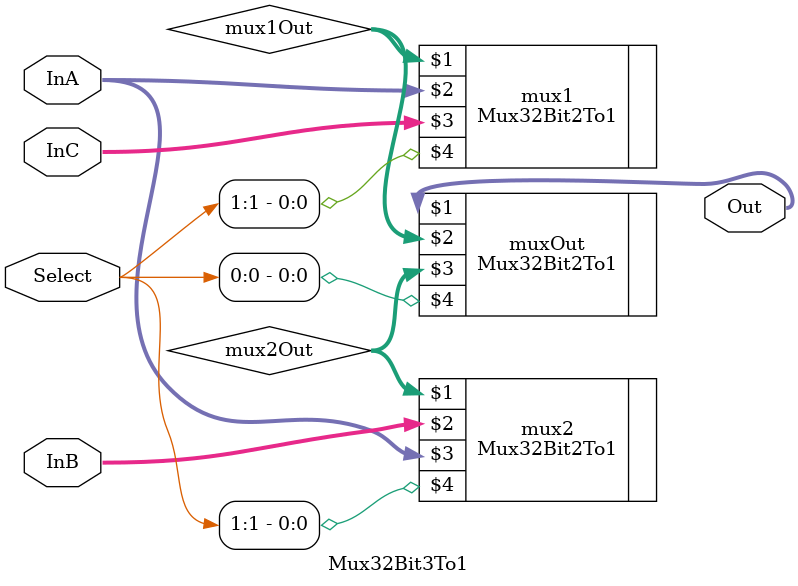
<source format=v>
`timescale 1ns / 1ps


module Mux32Bit3To1(Out, InA, InB, InC, Select);
    output [31:0] Out;
    input [31:0] InA, InB, InC;
    input [1:0] Select;
    
    wire [31:0] mux1Out, mux2Out;
    
    // if Select[1] == 1 & Select[0] == 0, Out = InC
    // if Select[1] == 0 & Select[0] == 1, Out = InB
    // if Select[1] == 0 & Select[0] == 0, Out = InA
    // TODO: Determine if it's fine to have Out = InA if Sel = 11
    Mux32Bit2To1 mux1(mux1Out, InA, InC, Select[1]);
    Mux32Bit2To1 mux2(mux2Out, InB, InA, Select[1]);
    Mux32Bit2To1 muxOut(Out, mux1Out, mux2Out, Select[0]);
endmodule

</source>
